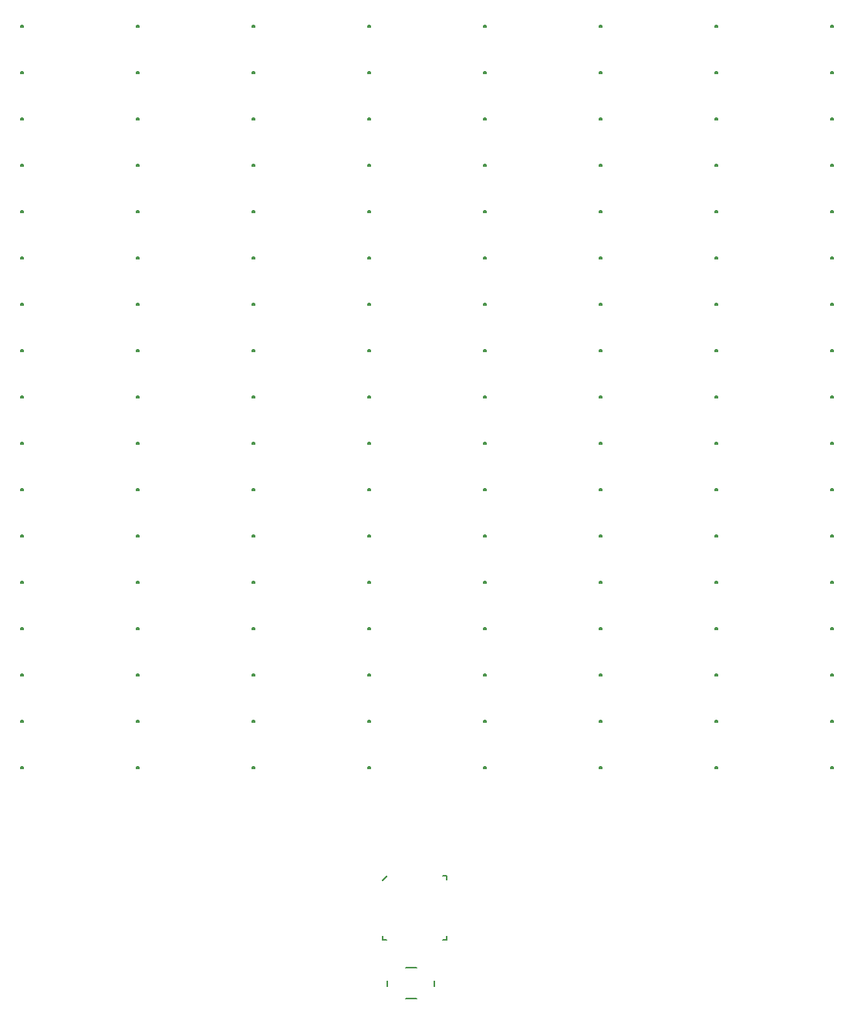
<source format=gto>
G75*
%MOIN*%
%OFA0B0*%
%FSLAX25Y25*%
%IPPOS*%
%LPD*%
%AMOC8*
5,1,8,0,0,1.08239X$1,22.5*
%
%ADD10C,0.00500*%
%ADD11C,0.00800*%
D10*
X0031269Y0158749D02*
X0031269Y0159143D01*
X0031269Y0159536D01*
X0032206Y0159536D01*
X0032206Y0158749D01*
X0031269Y0158749D01*
X0031269Y0159143D02*
X0031812Y0159143D01*
X0032206Y0178749D02*
X0031269Y0178749D01*
X0031269Y0179143D01*
X0031269Y0179536D01*
X0032206Y0179536D01*
X0032206Y0178749D01*
X0031812Y0179143D02*
X0031269Y0179143D01*
X0031269Y0198749D02*
X0031269Y0199143D01*
X0031269Y0199536D01*
X0032206Y0199536D01*
X0032206Y0198749D01*
X0031269Y0198749D01*
X0031269Y0199143D02*
X0031812Y0199143D01*
X0032206Y0218749D02*
X0031269Y0218749D01*
X0031269Y0219143D01*
X0031269Y0219536D01*
X0032206Y0219536D01*
X0032206Y0218749D01*
X0031812Y0219143D02*
X0031269Y0219143D01*
X0031269Y0238749D02*
X0031269Y0239143D01*
X0031269Y0239536D01*
X0032206Y0239536D01*
X0032206Y0238749D01*
X0031269Y0238749D01*
X0031269Y0239143D02*
X0031812Y0239143D01*
X0032206Y0258749D02*
X0031269Y0258749D01*
X0031269Y0259143D01*
X0031269Y0259536D01*
X0032206Y0259536D01*
X0032206Y0258749D01*
X0031812Y0259143D02*
X0031269Y0259143D01*
X0031269Y0278749D02*
X0031269Y0279143D01*
X0031269Y0279536D01*
X0032206Y0279536D01*
X0032206Y0278749D01*
X0031269Y0278749D01*
X0031269Y0279143D02*
X0031812Y0279143D01*
X0032206Y0298749D02*
X0031269Y0298749D01*
X0031269Y0299143D01*
X0031269Y0299536D01*
X0032206Y0299536D01*
X0032206Y0298749D01*
X0031812Y0299143D02*
X0031269Y0299143D01*
X0031269Y0318749D02*
X0031269Y0319143D01*
X0031269Y0319536D01*
X0032206Y0319536D01*
X0032206Y0318749D01*
X0031269Y0318749D01*
X0031269Y0319143D02*
X0031812Y0319143D01*
X0032206Y0338749D02*
X0031269Y0338749D01*
X0031269Y0339143D01*
X0031269Y0339536D01*
X0032206Y0339536D01*
X0032206Y0338749D01*
X0031812Y0339143D02*
X0031269Y0339143D01*
X0031269Y0358749D02*
X0031269Y0359143D01*
X0031269Y0359536D01*
X0032206Y0359536D01*
X0032206Y0358749D01*
X0031269Y0358749D01*
X0031269Y0359143D02*
X0031812Y0359143D01*
X0032206Y0378749D02*
X0031269Y0378749D01*
X0031269Y0379143D01*
X0031269Y0379536D01*
X0032206Y0379536D01*
X0032206Y0378749D01*
X0031812Y0379143D02*
X0031269Y0379143D01*
X0031269Y0398749D02*
X0031269Y0399143D01*
X0031269Y0399536D01*
X0032206Y0399536D01*
X0032206Y0398749D01*
X0031269Y0398749D01*
X0031269Y0399143D02*
X0031812Y0399143D01*
X0032206Y0418749D02*
X0031269Y0418749D01*
X0031269Y0419143D01*
X0031269Y0419536D01*
X0032206Y0419536D01*
X0032206Y0418749D01*
X0031812Y0419143D02*
X0031269Y0419143D01*
X0031269Y0438749D02*
X0031269Y0439143D01*
X0031269Y0439536D01*
X0032206Y0439536D01*
X0032206Y0438749D01*
X0031269Y0438749D01*
X0031269Y0439143D02*
X0031812Y0439143D01*
X0032206Y0458749D02*
X0031269Y0458749D01*
X0031269Y0459143D01*
X0031269Y0459536D01*
X0032206Y0459536D01*
X0032206Y0458749D01*
X0031812Y0459143D02*
X0031269Y0459143D01*
X0031269Y0478749D02*
X0031269Y0479143D01*
X0031269Y0479536D01*
X0032206Y0479536D01*
X0032206Y0478749D01*
X0031269Y0478749D01*
X0031269Y0479143D02*
X0031812Y0479143D01*
X0081269Y0479143D02*
X0081269Y0478749D01*
X0082206Y0478749D01*
X0082206Y0479536D01*
X0081269Y0479536D01*
X0081269Y0479143D01*
X0081812Y0479143D01*
X0082206Y0459536D02*
X0082206Y0458749D01*
X0081269Y0458749D01*
X0081269Y0459143D01*
X0081269Y0459536D01*
X0082206Y0459536D01*
X0081812Y0459143D02*
X0081269Y0459143D01*
X0081269Y0439536D02*
X0082206Y0439536D01*
X0082206Y0438749D01*
X0081269Y0438749D01*
X0081269Y0439143D01*
X0081269Y0439536D01*
X0081269Y0439143D02*
X0081812Y0439143D01*
X0082206Y0419536D02*
X0082206Y0418749D01*
X0081269Y0418749D01*
X0081269Y0419143D01*
X0081269Y0419536D01*
X0082206Y0419536D01*
X0081812Y0419143D02*
X0081269Y0419143D01*
X0081269Y0399536D02*
X0082206Y0399536D01*
X0082206Y0398749D01*
X0081269Y0398749D01*
X0081269Y0399143D01*
X0081269Y0399536D01*
X0081269Y0399143D02*
X0081812Y0399143D01*
X0082206Y0379536D02*
X0082206Y0378749D01*
X0081269Y0378749D01*
X0081269Y0379143D01*
X0081269Y0379536D01*
X0082206Y0379536D01*
X0081812Y0379143D02*
X0081269Y0379143D01*
X0081269Y0359536D02*
X0082206Y0359536D01*
X0082206Y0358749D01*
X0081269Y0358749D01*
X0081269Y0359143D01*
X0081269Y0359536D01*
X0081269Y0359143D02*
X0081812Y0359143D01*
X0082206Y0339536D02*
X0082206Y0338749D01*
X0081269Y0338749D01*
X0081269Y0339143D01*
X0081269Y0339536D01*
X0082206Y0339536D01*
X0081812Y0339143D02*
X0081269Y0339143D01*
X0081269Y0319536D02*
X0082206Y0319536D01*
X0082206Y0318749D01*
X0081269Y0318749D01*
X0081269Y0319143D01*
X0081269Y0319536D01*
X0081269Y0319143D02*
X0081812Y0319143D01*
X0082206Y0299536D02*
X0082206Y0298749D01*
X0081269Y0298749D01*
X0081269Y0299143D01*
X0081269Y0299536D01*
X0082206Y0299536D01*
X0081812Y0299143D02*
X0081269Y0299143D01*
X0081269Y0279536D02*
X0082206Y0279536D01*
X0082206Y0278749D01*
X0081269Y0278749D01*
X0081269Y0279143D01*
X0081269Y0279536D01*
X0081269Y0279143D02*
X0081812Y0279143D01*
X0082206Y0259536D02*
X0082206Y0258749D01*
X0081269Y0258749D01*
X0081269Y0259143D01*
X0081269Y0259536D01*
X0082206Y0259536D01*
X0081812Y0259143D02*
X0081269Y0259143D01*
X0081269Y0239536D02*
X0082206Y0239536D01*
X0082206Y0238749D01*
X0081269Y0238749D01*
X0081269Y0239143D01*
X0081269Y0239536D01*
X0081269Y0239143D02*
X0081812Y0239143D01*
X0082206Y0219536D02*
X0082206Y0218749D01*
X0081269Y0218749D01*
X0081269Y0219143D01*
X0081269Y0219536D01*
X0082206Y0219536D01*
X0081812Y0219143D02*
X0081269Y0219143D01*
X0081269Y0199536D02*
X0082206Y0199536D01*
X0082206Y0198749D01*
X0081269Y0198749D01*
X0081269Y0199143D01*
X0081269Y0199536D01*
X0081269Y0199143D02*
X0081812Y0199143D01*
X0082206Y0179536D02*
X0082206Y0178749D01*
X0081269Y0178749D01*
X0081269Y0179143D01*
X0081269Y0179536D01*
X0082206Y0179536D01*
X0081812Y0179143D02*
X0081269Y0179143D01*
X0081269Y0159536D02*
X0082206Y0159536D01*
X0082206Y0158749D01*
X0081269Y0158749D01*
X0081269Y0159143D01*
X0081269Y0159536D01*
X0081269Y0159143D02*
X0081812Y0159143D01*
X0131269Y0159143D02*
X0131269Y0158749D01*
X0132206Y0158749D01*
X0132206Y0159536D01*
X0131269Y0159536D01*
X0131269Y0159143D01*
X0131812Y0159143D01*
X0132206Y0178749D02*
X0131269Y0178749D01*
X0131269Y0179143D01*
X0131269Y0179536D01*
X0132206Y0179536D01*
X0132206Y0178749D01*
X0131812Y0179143D02*
X0131269Y0179143D01*
X0131269Y0198749D02*
X0131269Y0199143D01*
X0131269Y0199536D01*
X0132206Y0199536D01*
X0132206Y0198749D01*
X0131269Y0198749D01*
X0131269Y0199143D02*
X0131812Y0199143D01*
X0132206Y0218749D02*
X0131269Y0218749D01*
X0131269Y0219143D01*
X0131269Y0219536D01*
X0132206Y0219536D01*
X0132206Y0218749D01*
X0131812Y0219143D02*
X0131269Y0219143D01*
X0131269Y0238749D02*
X0131269Y0239143D01*
X0131269Y0239536D01*
X0132206Y0239536D01*
X0132206Y0238749D01*
X0131269Y0238749D01*
X0131269Y0239143D02*
X0131812Y0239143D01*
X0132206Y0258749D02*
X0131269Y0258749D01*
X0131269Y0259143D01*
X0131269Y0259536D01*
X0132206Y0259536D01*
X0132206Y0258749D01*
X0131812Y0259143D02*
X0131269Y0259143D01*
X0131269Y0278749D02*
X0131269Y0279143D01*
X0131269Y0279536D01*
X0132206Y0279536D01*
X0132206Y0278749D01*
X0131269Y0278749D01*
X0131269Y0279143D02*
X0131812Y0279143D01*
X0132206Y0298749D02*
X0131269Y0298749D01*
X0131269Y0299143D01*
X0131269Y0299536D01*
X0132206Y0299536D01*
X0132206Y0298749D01*
X0131812Y0299143D02*
X0131269Y0299143D01*
X0131269Y0318749D02*
X0131269Y0319143D01*
X0131269Y0319536D01*
X0132206Y0319536D01*
X0132206Y0318749D01*
X0131269Y0318749D01*
X0131269Y0319143D02*
X0131812Y0319143D01*
X0132206Y0338749D02*
X0131269Y0338749D01*
X0131269Y0339143D01*
X0131269Y0339536D01*
X0132206Y0339536D01*
X0132206Y0338749D01*
X0131812Y0339143D02*
X0131269Y0339143D01*
X0131269Y0358749D02*
X0131269Y0359143D01*
X0131269Y0359536D01*
X0132206Y0359536D01*
X0132206Y0358749D01*
X0131269Y0358749D01*
X0131269Y0359143D02*
X0131812Y0359143D01*
X0132206Y0378749D02*
X0131269Y0378749D01*
X0131269Y0379143D01*
X0131269Y0379536D01*
X0132206Y0379536D01*
X0132206Y0378749D01*
X0131812Y0379143D02*
X0131269Y0379143D01*
X0131269Y0398749D02*
X0131269Y0399143D01*
X0131269Y0399536D01*
X0132206Y0399536D01*
X0132206Y0398749D01*
X0131269Y0398749D01*
X0131269Y0399143D02*
X0131812Y0399143D01*
X0132206Y0418749D02*
X0131269Y0418749D01*
X0131269Y0419143D01*
X0131269Y0419536D01*
X0132206Y0419536D01*
X0132206Y0418749D01*
X0131812Y0419143D02*
X0131269Y0419143D01*
X0131269Y0438749D02*
X0131269Y0439143D01*
X0131269Y0439536D01*
X0132206Y0439536D01*
X0132206Y0438749D01*
X0131269Y0438749D01*
X0131269Y0439143D02*
X0131812Y0439143D01*
X0132206Y0458749D02*
X0131269Y0458749D01*
X0131269Y0459143D01*
X0131269Y0459536D01*
X0132206Y0459536D01*
X0132206Y0458749D01*
X0131812Y0459143D02*
X0131269Y0459143D01*
X0131269Y0478749D02*
X0131269Y0479143D01*
X0131269Y0479536D01*
X0132206Y0479536D01*
X0132206Y0478749D01*
X0131269Y0478749D01*
X0131269Y0479143D02*
X0131812Y0479143D01*
X0181269Y0479143D02*
X0181269Y0478749D01*
X0182206Y0478749D01*
X0182206Y0479536D01*
X0181269Y0479536D01*
X0181269Y0479143D01*
X0181812Y0479143D01*
X0182206Y0459536D02*
X0182206Y0458749D01*
X0181269Y0458749D01*
X0181269Y0459143D01*
X0181269Y0459536D01*
X0182206Y0459536D01*
X0181812Y0459143D02*
X0181269Y0459143D01*
X0181269Y0439536D02*
X0182206Y0439536D01*
X0182206Y0438749D01*
X0181269Y0438749D01*
X0181269Y0439143D01*
X0181269Y0439536D01*
X0181269Y0439143D02*
X0181812Y0439143D01*
X0182206Y0419536D02*
X0182206Y0418749D01*
X0181269Y0418749D01*
X0181269Y0419143D01*
X0181269Y0419536D01*
X0182206Y0419536D01*
X0181812Y0419143D02*
X0181269Y0419143D01*
X0181269Y0399536D02*
X0182206Y0399536D01*
X0182206Y0398749D01*
X0181269Y0398749D01*
X0181269Y0399143D01*
X0181269Y0399536D01*
X0181269Y0399143D02*
X0181812Y0399143D01*
X0182206Y0379536D02*
X0182206Y0378749D01*
X0181269Y0378749D01*
X0181269Y0379143D01*
X0181269Y0379536D01*
X0182206Y0379536D01*
X0181812Y0379143D02*
X0181269Y0379143D01*
X0181269Y0359536D02*
X0182206Y0359536D01*
X0182206Y0358749D01*
X0181269Y0358749D01*
X0181269Y0359143D01*
X0181269Y0359536D01*
X0181269Y0359143D02*
X0181812Y0359143D01*
X0182206Y0339536D02*
X0182206Y0338749D01*
X0181269Y0338749D01*
X0181269Y0339143D01*
X0181269Y0339536D01*
X0182206Y0339536D01*
X0181812Y0339143D02*
X0181269Y0339143D01*
X0181269Y0319536D02*
X0182206Y0319536D01*
X0182206Y0318749D01*
X0181269Y0318749D01*
X0181269Y0319143D01*
X0181269Y0319536D01*
X0181269Y0319143D02*
X0181812Y0319143D01*
X0182206Y0299536D02*
X0182206Y0298749D01*
X0181269Y0298749D01*
X0181269Y0299143D01*
X0181269Y0299536D01*
X0182206Y0299536D01*
X0181812Y0299143D02*
X0181269Y0299143D01*
X0181269Y0279536D02*
X0182206Y0279536D01*
X0182206Y0278749D01*
X0181269Y0278749D01*
X0181269Y0279143D01*
X0181269Y0279536D01*
X0181269Y0279143D02*
X0181812Y0279143D01*
X0182206Y0259536D02*
X0182206Y0258749D01*
X0181269Y0258749D01*
X0181269Y0259143D01*
X0181269Y0259536D01*
X0182206Y0259536D01*
X0181812Y0259143D02*
X0181269Y0259143D01*
X0181269Y0239536D02*
X0182206Y0239536D01*
X0182206Y0238749D01*
X0181269Y0238749D01*
X0181269Y0239143D01*
X0181269Y0239536D01*
X0181269Y0239143D02*
X0181812Y0239143D01*
X0182206Y0219536D02*
X0182206Y0218749D01*
X0181269Y0218749D01*
X0181269Y0219143D01*
X0181269Y0219536D01*
X0182206Y0219536D01*
X0181812Y0219143D02*
X0181269Y0219143D01*
X0181269Y0199536D02*
X0182206Y0199536D01*
X0182206Y0198749D01*
X0181269Y0198749D01*
X0181269Y0199143D01*
X0181269Y0199536D01*
X0181269Y0199143D02*
X0181812Y0199143D01*
X0182206Y0179536D02*
X0182206Y0178749D01*
X0181269Y0178749D01*
X0181269Y0179143D01*
X0181269Y0179536D01*
X0182206Y0179536D01*
X0181812Y0179143D02*
X0181269Y0179143D01*
X0181269Y0159536D02*
X0182206Y0159536D01*
X0182206Y0158749D01*
X0181269Y0158749D01*
X0181269Y0159143D01*
X0181269Y0159536D01*
X0181269Y0159143D02*
X0181812Y0159143D01*
X0231269Y0159143D02*
X0231269Y0158749D01*
X0232206Y0158749D01*
X0232206Y0159536D01*
X0231269Y0159536D01*
X0231269Y0159143D01*
X0231812Y0159143D01*
X0232206Y0178749D02*
X0231269Y0178749D01*
X0231269Y0179143D01*
X0231269Y0179536D01*
X0232206Y0179536D01*
X0232206Y0178749D01*
X0231812Y0179143D02*
X0231269Y0179143D01*
X0231269Y0198749D02*
X0231269Y0199143D01*
X0231269Y0199536D01*
X0232206Y0199536D01*
X0232206Y0198749D01*
X0231269Y0198749D01*
X0231269Y0199143D02*
X0231812Y0199143D01*
X0232206Y0218749D02*
X0231269Y0218749D01*
X0231269Y0219143D01*
X0231269Y0219536D01*
X0232206Y0219536D01*
X0232206Y0218749D01*
X0231812Y0219143D02*
X0231269Y0219143D01*
X0231269Y0238749D02*
X0231269Y0239143D01*
X0231269Y0239536D01*
X0232206Y0239536D01*
X0232206Y0238749D01*
X0231269Y0238749D01*
X0231269Y0239143D02*
X0231812Y0239143D01*
X0232206Y0258749D02*
X0231269Y0258749D01*
X0231269Y0259143D01*
X0231269Y0259536D01*
X0232206Y0259536D01*
X0232206Y0258749D01*
X0231812Y0259143D02*
X0231269Y0259143D01*
X0231269Y0278749D02*
X0231269Y0279143D01*
X0231269Y0279536D01*
X0232206Y0279536D01*
X0232206Y0278749D01*
X0231269Y0278749D01*
X0231269Y0279143D02*
X0231812Y0279143D01*
X0232206Y0298749D02*
X0231269Y0298749D01*
X0231269Y0299143D01*
X0231269Y0299536D01*
X0232206Y0299536D01*
X0232206Y0298749D01*
X0231812Y0299143D02*
X0231269Y0299143D01*
X0231269Y0318749D02*
X0231269Y0319143D01*
X0231269Y0319536D01*
X0232206Y0319536D01*
X0232206Y0318749D01*
X0231269Y0318749D01*
X0231269Y0319143D02*
X0231812Y0319143D01*
X0232206Y0338749D02*
X0231269Y0338749D01*
X0231269Y0339143D01*
X0231269Y0339536D01*
X0232206Y0339536D01*
X0232206Y0338749D01*
X0231812Y0339143D02*
X0231269Y0339143D01*
X0231269Y0358749D02*
X0231269Y0359143D01*
X0231269Y0359536D01*
X0232206Y0359536D01*
X0232206Y0358749D01*
X0231269Y0358749D01*
X0231269Y0359143D02*
X0231812Y0359143D01*
X0232206Y0378749D02*
X0231269Y0378749D01*
X0231269Y0379143D01*
X0231269Y0379536D01*
X0232206Y0379536D01*
X0232206Y0378749D01*
X0231812Y0379143D02*
X0231269Y0379143D01*
X0231269Y0398749D02*
X0231269Y0399143D01*
X0231269Y0399536D01*
X0232206Y0399536D01*
X0232206Y0398749D01*
X0231269Y0398749D01*
X0231269Y0399143D02*
X0231812Y0399143D01*
X0232206Y0418749D02*
X0231269Y0418749D01*
X0231269Y0419143D01*
X0231269Y0419536D01*
X0232206Y0419536D01*
X0232206Y0418749D01*
X0231812Y0419143D02*
X0231269Y0419143D01*
X0231269Y0438749D02*
X0231269Y0439143D01*
X0231269Y0439536D01*
X0232206Y0439536D01*
X0232206Y0438749D01*
X0231269Y0438749D01*
X0231269Y0439143D02*
X0231812Y0439143D01*
X0232206Y0458749D02*
X0231269Y0458749D01*
X0231269Y0459143D01*
X0231269Y0459536D01*
X0232206Y0459536D01*
X0232206Y0458749D01*
X0231812Y0459143D02*
X0231269Y0459143D01*
X0231269Y0478749D02*
X0231269Y0479143D01*
X0231269Y0479536D01*
X0232206Y0479536D01*
X0232206Y0478749D01*
X0231269Y0478749D01*
X0231269Y0479143D02*
X0231812Y0479143D01*
X0281269Y0479143D02*
X0281269Y0478749D01*
X0282206Y0478749D01*
X0282206Y0479536D01*
X0281269Y0479536D01*
X0281269Y0479143D01*
X0281812Y0479143D01*
X0282206Y0459536D02*
X0281269Y0459536D01*
X0281269Y0459143D01*
X0281269Y0458749D01*
X0282206Y0458749D01*
X0282206Y0459536D01*
X0281812Y0459143D02*
X0281269Y0459143D01*
X0281269Y0439536D02*
X0282206Y0439536D01*
X0282206Y0438749D01*
X0281269Y0438749D01*
X0281269Y0439143D01*
X0281269Y0439536D01*
X0281269Y0439143D02*
X0281812Y0439143D01*
X0282206Y0419536D02*
X0281269Y0419536D01*
X0281269Y0419143D01*
X0281269Y0418749D01*
X0282206Y0418749D01*
X0282206Y0419536D01*
X0281812Y0419143D02*
X0281269Y0419143D01*
X0281269Y0399536D02*
X0282206Y0399536D01*
X0282206Y0398749D01*
X0281269Y0398749D01*
X0281269Y0399143D01*
X0281269Y0399536D01*
X0281269Y0399143D02*
X0281812Y0399143D01*
X0282206Y0379536D02*
X0281269Y0379536D01*
X0281269Y0379143D01*
X0281269Y0378749D01*
X0282206Y0378749D01*
X0282206Y0379536D01*
X0281812Y0379143D02*
X0281269Y0379143D01*
X0281269Y0359536D02*
X0282206Y0359536D01*
X0282206Y0358749D01*
X0281269Y0358749D01*
X0281269Y0359143D01*
X0281269Y0359536D01*
X0281269Y0359143D02*
X0281812Y0359143D01*
X0282206Y0339536D02*
X0281269Y0339536D01*
X0281269Y0339143D01*
X0281269Y0338749D01*
X0282206Y0338749D01*
X0282206Y0339536D01*
X0281812Y0339143D02*
X0281269Y0339143D01*
X0281269Y0319536D02*
X0282206Y0319536D01*
X0282206Y0318749D01*
X0281269Y0318749D01*
X0281269Y0319143D01*
X0281269Y0319536D01*
X0281269Y0319143D02*
X0281812Y0319143D01*
X0282206Y0299536D02*
X0281269Y0299536D01*
X0281269Y0299143D01*
X0281269Y0298749D01*
X0282206Y0298749D01*
X0282206Y0299536D01*
X0281812Y0299143D02*
X0281269Y0299143D01*
X0281269Y0279536D02*
X0282206Y0279536D01*
X0282206Y0278749D01*
X0281269Y0278749D01*
X0281269Y0279143D01*
X0281269Y0279536D01*
X0281269Y0279143D02*
X0281812Y0279143D01*
X0282206Y0259536D02*
X0281269Y0259536D01*
X0281269Y0259143D01*
X0281269Y0258749D01*
X0282206Y0258749D01*
X0282206Y0259536D01*
X0281812Y0259143D02*
X0281269Y0259143D01*
X0281269Y0239536D02*
X0282206Y0239536D01*
X0282206Y0238749D01*
X0281269Y0238749D01*
X0281269Y0239143D01*
X0281269Y0239536D01*
X0281269Y0239143D02*
X0281812Y0239143D01*
X0282206Y0219536D02*
X0281269Y0219536D01*
X0281269Y0219143D01*
X0281269Y0218749D01*
X0282206Y0218749D01*
X0282206Y0219536D01*
X0281812Y0219143D02*
X0281269Y0219143D01*
X0281269Y0199536D02*
X0282206Y0199536D01*
X0282206Y0198749D01*
X0281269Y0198749D01*
X0281269Y0199143D01*
X0281269Y0199536D01*
X0281269Y0199143D02*
X0281812Y0199143D01*
X0282206Y0179536D02*
X0281269Y0179536D01*
X0281269Y0179143D01*
X0281269Y0178749D01*
X0282206Y0178749D01*
X0282206Y0179536D01*
X0281812Y0179143D02*
X0281269Y0179143D01*
X0281269Y0159536D02*
X0282206Y0159536D01*
X0282206Y0158749D01*
X0281269Y0158749D01*
X0281269Y0159143D01*
X0281269Y0159536D01*
X0281269Y0159143D02*
X0281812Y0159143D01*
X0331269Y0159143D02*
X0331269Y0158749D01*
X0332206Y0158749D01*
X0332206Y0159536D01*
X0331269Y0159536D01*
X0331269Y0159143D01*
X0331812Y0159143D01*
X0332206Y0178749D02*
X0331269Y0178749D01*
X0331269Y0179143D01*
X0331269Y0179536D01*
X0332206Y0179536D01*
X0332206Y0178749D01*
X0331812Y0179143D02*
X0331269Y0179143D01*
X0331269Y0198749D02*
X0331269Y0199143D01*
X0331269Y0199536D01*
X0332206Y0199536D01*
X0332206Y0198749D01*
X0331269Y0198749D01*
X0331269Y0199143D02*
X0331812Y0199143D01*
X0332206Y0218749D02*
X0331269Y0218749D01*
X0331269Y0219143D01*
X0331269Y0219536D01*
X0332206Y0219536D01*
X0332206Y0218749D01*
X0331812Y0219143D02*
X0331269Y0219143D01*
X0331269Y0238749D02*
X0331269Y0239143D01*
X0331269Y0239536D01*
X0332206Y0239536D01*
X0332206Y0238749D01*
X0331269Y0238749D01*
X0331269Y0239143D02*
X0331812Y0239143D01*
X0332206Y0258749D02*
X0331269Y0258749D01*
X0331269Y0259143D01*
X0331269Y0259536D01*
X0332206Y0259536D01*
X0332206Y0258749D01*
X0331812Y0259143D02*
X0331269Y0259143D01*
X0331269Y0278749D02*
X0331269Y0279143D01*
X0331269Y0279536D01*
X0332206Y0279536D01*
X0332206Y0278749D01*
X0331269Y0278749D01*
X0331269Y0279143D02*
X0331812Y0279143D01*
X0332206Y0298749D02*
X0331269Y0298749D01*
X0331269Y0299143D01*
X0331269Y0299536D01*
X0332206Y0299536D01*
X0332206Y0298749D01*
X0331812Y0299143D02*
X0331269Y0299143D01*
X0331269Y0318749D02*
X0331269Y0319143D01*
X0331269Y0319536D01*
X0332206Y0319536D01*
X0332206Y0318749D01*
X0331269Y0318749D01*
X0331269Y0319143D02*
X0331812Y0319143D01*
X0332206Y0338749D02*
X0331269Y0338749D01*
X0331269Y0339143D01*
X0331269Y0339536D01*
X0332206Y0339536D01*
X0332206Y0338749D01*
X0331812Y0339143D02*
X0331269Y0339143D01*
X0331269Y0358749D02*
X0331269Y0359143D01*
X0331269Y0359536D01*
X0332206Y0359536D01*
X0332206Y0358749D01*
X0331269Y0358749D01*
X0331269Y0359143D02*
X0331812Y0359143D01*
X0332206Y0378749D02*
X0331269Y0378749D01*
X0331269Y0379143D01*
X0331269Y0379536D01*
X0332206Y0379536D01*
X0332206Y0378749D01*
X0331812Y0379143D02*
X0331269Y0379143D01*
X0331269Y0398749D02*
X0331269Y0399143D01*
X0331269Y0399536D01*
X0332206Y0399536D01*
X0332206Y0398749D01*
X0331269Y0398749D01*
X0331269Y0399143D02*
X0331812Y0399143D01*
X0332206Y0418749D02*
X0331269Y0418749D01*
X0331269Y0419143D01*
X0331269Y0419536D01*
X0332206Y0419536D01*
X0332206Y0418749D01*
X0331812Y0419143D02*
X0331269Y0419143D01*
X0331269Y0438749D02*
X0331269Y0439143D01*
X0331269Y0439536D01*
X0332206Y0439536D01*
X0332206Y0438749D01*
X0331269Y0438749D01*
X0331269Y0439143D02*
X0331812Y0439143D01*
X0332206Y0458749D02*
X0331269Y0458749D01*
X0331269Y0459143D01*
X0331269Y0459536D01*
X0332206Y0459536D01*
X0332206Y0458749D01*
X0331812Y0459143D02*
X0331269Y0459143D01*
X0331269Y0478749D02*
X0331269Y0479143D01*
X0331269Y0479536D01*
X0332206Y0479536D01*
X0332206Y0478749D01*
X0331269Y0478749D01*
X0331269Y0479143D02*
X0331812Y0479143D01*
X0381269Y0479143D02*
X0381269Y0478749D01*
X0382206Y0478749D01*
X0382206Y0479536D01*
X0381269Y0479536D01*
X0381269Y0479143D01*
X0381812Y0479143D01*
X0382206Y0459536D02*
X0382206Y0458749D01*
X0381269Y0458749D01*
X0381269Y0459143D01*
X0381269Y0459536D01*
X0382206Y0459536D01*
X0381812Y0459143D02*
X0381269Y0459143D01*
X0381269Y0439536D02*
X0382206Y0439536D01*
X0382206Y0438749D01*
X0381269Y0438749D01*
X0381269Y0439143D01*
X0381269Y0439536D01*
X0381269Y0439143D02*
X0381812Y0439143D01*
X0382206Y0419536D02*
X0382206Y0418749D01*
X0381269Y0418749D01*
X0381269Y0419143D01*
X0381269Y0419536D01*
X0382206Y0419536D01*
X0381812Y0419143D02*
X0381269Y0419143D01*
X0381269Y0399536D02*
X0382206Y0399536D01*
X0382206Y0398749D01*
X0381269Y0398749D01*
X0381269Y0399143D01*
X0381269Y0399536D01*
X0381269Y0399143D02*
X0381812Y0399143D01*
X0382206Y0379536D02*
X0382206Y0378749D01*
X0381269Y0378749D01*
X0381269Y0379143D01*
X0381269Y0379536D01*
X0382206Y0379536D01*
X0381812Y0379143D02*
X0381269Y0379143D01*
X0381269Y0359536D02*
X0382206Y0359536D01*
X0382206Y0358749D01*
X0381269Y0358749D01*
X0381269Y0359143D01*
X0381269Y0359536D01*
X0381269Y0359143D02*
X0381812Y0359143D01*
X0382206Y0339536D02*
X0382206Y0338749D01*
X0381269Y0338749D01*
X0381269Y0339143D01*
X0381269Y0339536D01*
X0382206Y0339536D01*
X0381812Y0339143D02*
X0381269Y0339143D01*
X0381269Y0319536D02*
X0382206Y0319536D01*
X0382206Y0318749D01*
X0381269Y0318749D01*
X0381269Y0319143D01*
X0381269Y0319536D01*
X0381269Y0319143D02*
X0381812Y0319143D01*
X0382206Y0299536D02*
X0382206Y0298749D01*
X0381269Y0298749D01*
X0381269Y0299143D01*
X0381269Y0299536D01*
X0382206Y0299536D01*
X0381812Y0299143D02*
X0381269Y0299143D01*
X0381269Y0279536D02*
X0382206Y0279536D01*
X0382206Y0278749D01*
X0381269Y0278749D01*
X0381269Y0279143D01*
X0381269Y0279536D01*
X0381269Y0279143D02*
X0381812Y0279143D01*
X0382206Y0259536D02*
X0382206Y0258749D01*
X0381269Y0258749D01*
X0381269Y0259143D01*
X0381269Y0259536D01*
X0382206Y0259536D01*
X0381812Y0259143D02*
X0381269Y0259143D01*
X0381269Y0239536D02*
X0382206Y0239536D01*
X0382206Y0238749D01*
X0381269Y0238749D01*
X0381269Y0239143D01*
X0381269Y0239536D01*
X0381269Y0239143D02*
X0381812Y0239143D01*
X0382206Y0219536D02*
X0382206Y0218749D01*
X0381269Y0218749D01*
X0381269Y0219143D01*
X0381269Y0219536D01*
X0382206Y0219536D01*
X0381812Y0219143D02*
X0381269Y0219143D01*
X0381269Y0199536D02*
X0382206Y0199536D01*
X0382206Y0198749D01*
X0381269Y0198749D01*
X0381269Y0199143D01*
X0381269Y0199536D01*
X0381269Y0199143D02*
X0381812Y0199143D01*
X0382206Y0179536D02*
X0382206Y0178749D01*
X0381269Y0178749D01*
X0381269Y0179143D01*
X0381269Y0179536D01*
X0382206Y0179536D01*
X0381812Y0179143D02*
X0381269Y0179143D01*
X0381269Y0159536D02*
X0382206Y0159536D01*
X0382206Y0158749D01*
X0381269Y0158749D01*
X0381269Y0159143D01*
X0381269Y0159536D01*
X0381269Y0159143D02*
X0381812Y0159143D01*
D11*
X0215080Y0112304D02*
X0213505Y0112304D01*
X0215080Y0112304D02*
X0215080Y0110729D01*
X0215080Y0086320D02*
X0215080Y0084745D01*
X0213505Y0084745D01*
X0202162Y0072717D02*
X0197438Y0072717D01*
X0189564Y0067206D02*
X0189564Y0064843D01*
X0197438Y0059331D02*
X0202162Y0059331D01*
X0210036Y0064843D02*
X0210036Y0067206D01*
X0189095Y0084745D02*
X0187520Y0084745D01*
X0187520Y0086320D01*
X0187520Y0110335D02*
X0189489Y0112304D01*
M02*

</source>
